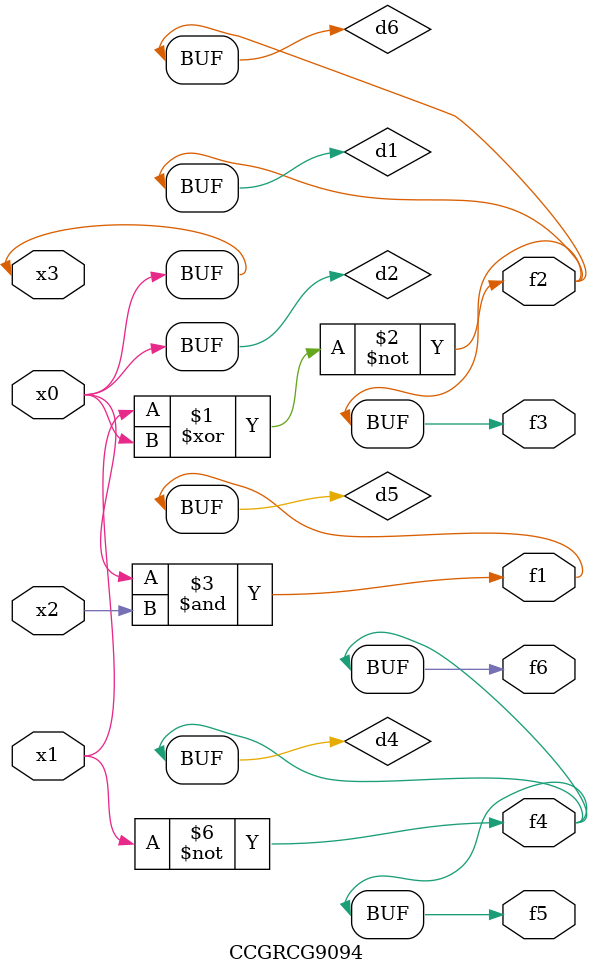
<source format=v>
module CCGRCG9094(
	input x0, x1, x2, x3,
	output f1, f2, f3, f4, f5, f6
);

	wire d1, d2, d3, d4, d5, d6;

	xnor (d1, x1, x3);
	buf (d2, x0, x3);
	nand (d3, x0, x2);
	not (d4, x1);
	nand (d5, d3);
	or (d6, d1);
	assign f1 = d5;
	assign f2 = d6;
	assign f3 = d6;
	assign f4 = d4;
	assign f5 = d4;
	assign f6 = d4;
endmodule

</source>
